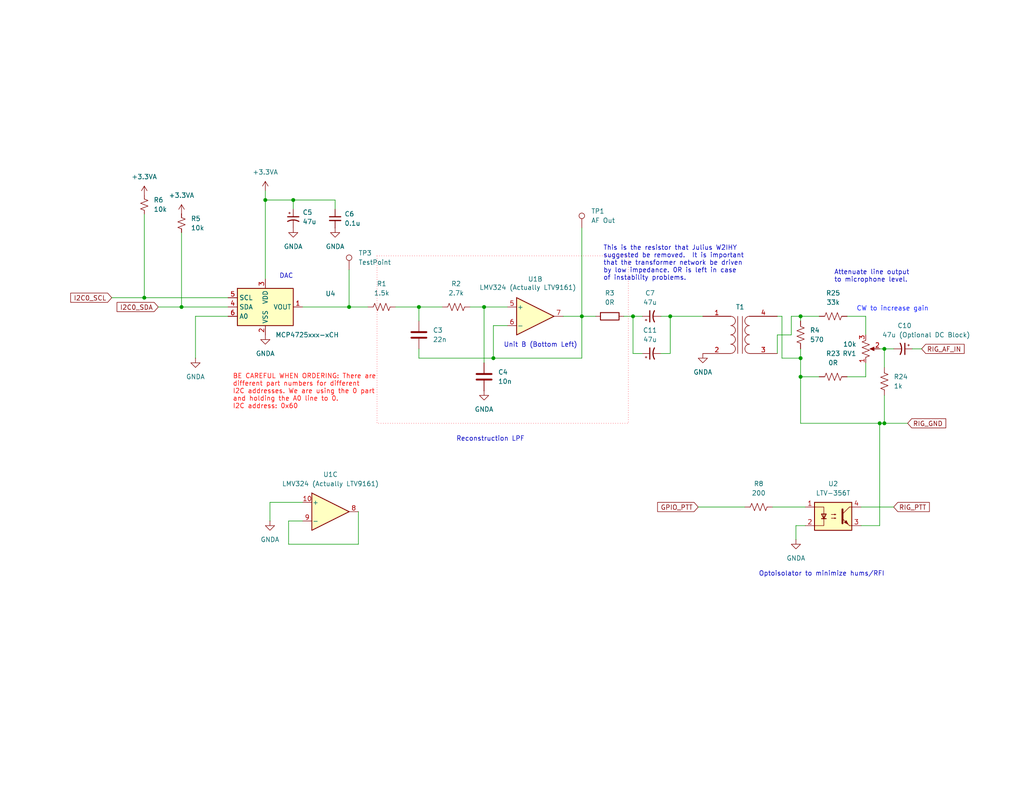
<source format=kicad_sch>
(kicad_sch (version 20231120) (generator "eeschema") (generator_version "8.0")
  (paper "USLetter")
  (title_block (title "MicroLink - Audio Output") (date "2024-04-15") (rev "3") (company "Bruce MacKinnon KC1FSZ") (comment 1 "Copyright (C) 2024 - Not For Commercial Use"))
  (lib_symbols
    (symbol "Amplifier_Operational:LMV324" (pin_names (offset 0.127))
      (property "Reference" "U" (at 0 5.08 0))
      (property "Value" "LMV324" (at 0 -5.08 0))
      (symbol "LMV324_1_1"
        (polyline (pts (xy -5.08 5.08) (xy 5.08 0) (xy -5.08 -5.08) (xy -5.08 5.08)) (stroke (width 0.254)) (fill (type background)))
        (pin output line (at 7.62 0 180) (length 2.54) (name "~") (number "1"))
        (pin input line (at -7.62 -2.54 0) (length 2.54) (name "-") (number "2"))
        (pin input line (at -7.62 2.54 0) (length 2.54) (name "+") (number "3"))
      )
      (symbol "LMV324_2_1"
        (polyline (pts (xy -5.08 5.08) (xy 5.08 0) (xy -5.08 -5.08) (xy -5.08 5.08)) (stroke (width 0.254)) (fill (type background)))
        (pin input line (at -7.62 2.54 0) (length 2.54) (name "+") (number "5"))
        (pin input line (at -7.62 -2.54 0) (length 2.54) (name "-") (number "6"))
        (pin output line (at 7.62 0 180) (length 2.54) (name "~") (number "7"))
      )
      (symbol "LMV324_3_1"
        (polyline (pts (xy -5.08 5.08) (xy 5.08 0) (xy -5.08 -5.08) (xy -5.08 5.08)) (stroke (width 0.254)) (fill (type background)))
        (pin input line (at -7.62 2.54 0) (length 2.54) (name "+") (number "10"))
        (pin output line (at 7.62 0 180) (length 2.54) (name "~") (number "8"))
        (pin input line (at -7.62 -2.54 0) (length 2.54) (name "-") (number "9"))
      )
      (symbol "LMV324_4_1"
        (polyline (pts (xy -5.08 5.08) (xy 5.08 0) (xy -5.08 -5.08) (xy -5.08 5.08)) (stroke (width 0.254)) (fill (type background)))
        (pin input line (at -7.62 2.54 0) (length 2.54) (name "+") (number "12"))
        (pin input line (at -7.62 -2.54 0) (length 2.54) (name "-") (number "13"))
        (pin output line (at 7.62 0 180) (length 2.54) (name "~") (number "14"))
      )
      (symbol "LMV324_5_1"
        (pin power_in line (at -2.54 -7.62 90) (length 3.81) (name "V-") (number "11"))
        (pin power_in line (at -2.54 7.62 270) (length 3.81) (name "V+") (number "4"))
      )
    )
    (symbol "Analog_DAC:MCP4725xxx-xCH"
      (property "Reference" "U" (at -6.35 6.35 0))
      (property "Value" "MCP4725xxx-xCH" (at 8.89 6.35 0))
      (symbol "MCP4725xxx-xCH_0_1"
        (rectangle (start -7.62 5.08) (end 7.62 -5.08) (stroke (width 0.254)) (fill (type background)))
      )
      (symbol "MCP4725xxx-xCH_1_1"
        (pin output line (at 10.16 0 180) (length 2.54) (name "VOUT") (number "1"))
        (pin power_in line (at 0 -7.62 90) (length 2.54) (name "VSS") (number "2"))
        (pin power_in line (at 0 7.62 270) (length 2.54) (name "VDD") (number "3"))
        (pin bidirectional line (at -10.16 0 0) (length 2.54) (name "SDA") (number "4"))
        (pin input line (at -10.16 2.54 0) (length 2.54) (name "SCL") (number "5"))
        (pin input line (at -10.16 -2.54 0) (length 2.54) (name "A0") (number "6"))
      )
    )
    (symbol "C_Polarized_Small_US_1" (pin_numbers hide) (pin_names (offset 0.254) hide)
      (property "Reference" "C" (at 0.254 1.778 0))
      (property "Value" "C_Polarized_Small_US" (at 0.254 -2.032 0))
      (symbol "C_Polarized_Small_US_1_0_1"
        (polyline (pts (xy -1.524 0.508) (xy 1.524 0.508)) (stroke (width 0.3048)))
        (polyline (pts (xy -1.27 1.524) (xy -0.762 1.524)))
        (polyline (pts (xy -1.016 1.27) (xy -1.016 1.778)))
        (arc (start 1.524 -0.762) (mid 0 -0.3734) (end -1.524 -0.762) (stroke (width 0.3048)))
      )
      (symbol "C_Polarized_Small_US_1_1_1"
        (pin passive line (at 0 2.54 270) (length 2.032) (name "~") (number "1"))
        (pin passive line (at 0 -2.54 90) (length 2.032) (name "~") (number "2"))
      )
    )
    (symbol "Connector:TestPoint" (pin_numbers hide) (pin_names (offset 0.762) hide)
      (property "Reference" "TP" (at 0 6.858 0))
      (property "Value" "TestPoint" (at 0 5.08 0))
      (symbol "TestPoint_0_1"
        (circle (center 0 3.302) (radius 0.762))
      )
      (symbol "TestPoint_1_1"
        (pin passive line (at 0 0 90) (length 2.54) (name "1") (number "1"))
      )
    )
    (symbol "Device:C" (pin_numbers hide) (pin_names (offset 0.254))
      (property "Reference" "C" (at 0.635 2.54 0))
      (property "Value" "C" (at 0.635 -2.54 0))
      (symbol "C_0_1"
        (polyline (pts (xy -2.032 -0.762) (xy 2.032 -0.762)) (stroke (width 0.508)))
        (polyline (pts (xy -2.032 0.762) (xy 2.032 0.762)) (stroke (width 0.508)))
      )
      (symbol "C_1_1"
        (pin passive line (at 0 3.81 270) (length 2.794) (name "~") (number "1"))
        (pin passive line (at 0 -3.81 90) (length 2.794) (name "~") (number "2"))
      )
    )
    (symbol "Device:C_Polarized_Small_US" (pin_numbers hide) (pin_names (offset 0.254) hide)
      (property "Reference" "C" (at 0.254 1.778 0))
      (property "Value" "C_Polarized_Small_US" (at 0.254 -2.032 0))
      (symbol "C_Polarized_Small_US_0_1"
        (polyline (pts (xy -1.524 0.508) (xy 1.524 0.508)) (stroke (width 0.3048)))
        (polyline (pts (xy -1.27 1.524) (xy -0.762 1.524)))
        (polyline (pts (xy -1.016 1.27) (xy -1.016 1.778)))
        (arc (start 1.524 -0.762) (mid 0 -0.3734) (end -1.524 -0.762) (stroke (width 0.3048)))
      )
      (symbol "C_Polarized_Small_US_1_1"
        (pin passive line (at 0 2.54 270) (length 2.032) (name "~") (number "1"))
        (pin passive line (at 0 -2.54 90) (length 2.032) (name "~") (number "2"))
      )
    )
    (symbol "Device:C_Small" (pin_numbers hide) (pin_names (offset 0.254) hide)
      (property "Reference" "C" (at 0.254 1.778 0))
      (property "Value" "C_Small" (at 0.254 -2.032 0))
      (symbol "C_Small_0_1"
        (polyline (pts (xy -1.524 -0.508) (xy 1.524 -0.508)) (stroke (width 0.3302)))
        (polyline (pts (xy -1.524 0.508) (xy 1.524 0.508)) (stroke (width 0.3048)))
      )
      (symbol "C_Small_1_1"
        (pin passive line (at 0 2.54 270) (length 2.032) (name "~") (number "1"))
        (pin passive line (at 0 -2.54 90) (length 2.032) (name "~") (number "2"))
      )
    )
    (symbol "Device:R" (pin_numbers hide) (pin_names (offset 0))
      (property "Reference" "R" (at 2.032 0 90))
      (property "Value" "R" (at 0 0 90))
      (symbol "R_0_1"
        (rectangle (start -1.016 -2.54) (end 1.016 2.54) (stroke (width 0.254)))
      )
      (symbol "R_1_1"
        (pin passive line (at 0 3.81 270) (length 1.27) (name "~") (number "1"))
        (pin passive line (at 0 -3.81 90) (length 1.27) (name "~") (number "2"))
      )
    )
    (symbol "Device:R_Potentiometer_US" (pin_names (offset 1.016) hide)
      (property "Reference" "RV" (at -4.445 0 90))
      (property "Value" "R_Potentiometer_US" (at -2.54 0 90))
      (symbol "R_Potentiometer_US_0_1"
        (polyline (pts (xy 0 -2.286) (xy 0 -2.54)))
        (polyline (pts (xy 0 2.54) (xy 0 2.286)))
        (polyline (pts (xy 2.54 0) (xy 1.524 0)))
        (polyline (pts (xy 1.143 0) (xy 2.286 0.508) (xy 2.286 -0.508) (xy 1.143 0)) (fill (type outline)))
        (polyline (pts (xy 0 -0.762) (xy 1.016 -1.143) (xy 0 -1.524) (xy -1.016 -1.905) (xy 0 -2.286)))
        (polyline (pts (xy 0 0.762) (xy 1.016 0.381) (xy 0 0) (xy -1.016 -0.381) (xy 0 -0.762)))
        (polyline (pts (xy 0 2.286) (xy 1.016 1.905) (xy 0 1.524) (xy -1.016 1.143) (xy 0 0.762)))
      )
      (symbol "R_Potentiometer_US_1_1"
        (pin passive line (at 0 3.81 270) (length 1.27) (name "1") (number "1"))
        (pin passive line (at 3.81 0 180) (length 1.27) (name "2") (number "2"))
        (pin passive line (at 0 -3.81 90) (length 1.27) (name "3") (number "3"))
      )
    )
    (symbol "Device:R_Small_US" (pin_numbers hide) (pin_names (offset 0.254) hide)
      (property "Reference" "R" (at 0.762 0.508 0))
      (property "Value" "R_Small_US" (at 0.762 -1.016 0))
      (symbol "R_Small_US_1_1"
        (polyline (pts (xy 0 0) (xy 1.016 -0.381) (xy 0 -0.762) (xy -1.016 -1.143) (xy 0 -1.524)))
        (polyline (pts (xy 0 1.524) (xy 1.016 1.143) (xy 0 0.762) (xy -1.016 0.381) (xy 0 0)))
        (pin passive line (at 0 2.54 270) (length 1.016) (name "~") (number "1"))
        (pin passive line (at 0 -2.54 90) (length 1.016) (name "~") (number "2"))
      )
    )
    (symbol "Device:R_US" (pin_numbers hide) (pin_names (offset 0))
      (property "Reference" "R" (at 2.54 0 90))
      (property "Value" "R_US" (at -2.54 0 90))
      (symbol "R_US_0_1"
        (polyline (pts (xy 0 -2.286) (xy 0 -2.54)))
        (polyline (pts (xy 0 2.286) (xy 0 2.54)))
        (polyline (pts (xy 0 -0.762) (xy 1.016 -1.143) (xy 0 -1.524) (xy -1.016 -1.905) (xy 0 -2.286)))
        (polyline (pts (xy 0 0.762) (xy 1.016 0.381) (xy 0 0) (xy -1.016 -0.381) (xy 0 -0.762)))
        (polyline (pts (xy 0 2.286) (xy 1.016 1.905) (xy 0 1.524) (xy -1.016 1.143) (xy 0 0.762)))
      )
      (symbol "R_US_1_1"
        (pin passive line (at 0 3.81 270) (length 1.27) (name "~") (number "1"))
        (pin passive line (at 0 -3.81 90) (length 1.27) (name "~") (number "2"))
      )
    )
    (symbol "Device:Transformer_1P_1S" (pin_names (offset 1.016) hide)
      (property "Reference" "T" (at 0 6.35 0))
      (property "Value" "Transformer_1P_1S" (at 0 -7.62 0))
      (symbol "Transformer_1P_1S_0_1"
        (arc (start -2.54 -5.0546) (mid -1.6599 -4.6901) (end -1.27 -3.81))
        (arc (start -2.54 -2.5146) (mid -1.6599 -2.1501) (end -1.27 -1.27))
        (arc (start -2.54 0.0254) (mid -1.6599 0.3899) (end -1.27 1.27))
        (arc (start -2.54 2.5654) (mid -1.6599 2.9299) (end -1.27 3.81))
        (arc (start -1.27 -3.81) (mid -1.642 -2.912) (end -2.54 -2.54))
        (arc (start -1.27 -1.27) (mid -1.642 -0.372) (end -2.54 0))
        (arc (start -1.27 1.27) (mid -1.642 2.168) (end -2.54 2.54))
        (arc (start -1.27 3.81) (mid -1.642 4.708) (end -2.54 5.08))
        (polyline (pts (xy -0.635 5.08) (xy -0.635 -5.08)))
        (polyline (pts (xy 0.635 -5.08) (xy 0.635 5.08)))
        (arc (start 1.2954 -1.27) (mid 1.6599 -2.1501) (end 2.54 -2.5146))
        (arc (start 1.2954 1.27) (mid 1.6599 0.3899) (end 2.54 0.0254))
        (arc (start 1.2954 3.81) (mid 1.6599 2.9299) (end 2.54 2.5654))
        (arc (start 1.3208 -3.81) (mid 1.6853 -4.6901) (end 2.5654 -5.0546))
        (arc (start 2.54 0) (mid 1.642 -0.372) (end 1.2954 -1.27))
        (arc (start 2.54 2.54) (mid 1.642 2.168) (end 1.2954 1.27))
        (arc (start 2.54 5.08) (mid 1.642 4.708) (end 1.2954 3.81))
        (arc (start 2.5654 -2.54) (mid 1.6674 -2.912) (end 1.3208 -3.81))
      )
      (symbol "Transformer_1P_1S_1_1"
        (pin passive line (at -10.16 5.08 0) (length 7.62) (name "AA") (number "1"))
        (pin passive line (at -10.16 -5.08 0) (length 7.62) (name "AB") (number "2"))
        (pin passive line (at 10.16 -5.08 180) (length 7.62) (name "SA") (number "3"))
        (pin passive line (at 10.16 5.08 180) (length 7.62) (name "SB") (number "4"))
      )
    )
    (symbol "Isolator:LTV-356T" (pin_names (offset 1.016))
      (property "Reference" "U" (at -5.334 4.826 0))
      (property "Value" "LTV-356T" (at 0 5.08 0))
      (symbol "LTV-356T_0_1"
        (rectangle (start -5.08 3.81) (end 5.08 -3.81) (stroke (width 0.254)) (fill (type background)))
        (polyline (pts (xy -3.175 -0.635) (xy -1.905 -0.635)) (stroke (width 0.254)))
        (polyline (pts (xy 2.54 0.635) (xy 4.445 2.54)))
        (polyline (pts (xy 4.445 -2.54) (xy 2.54 -0.635)) (fill (type outline)))
        (polyline (pts (xy 4.445 -2.54) (xy 5.08 -2.54)))
        (polyline (pts (xy 4.445 2.54) (xy 5.08 2.54)))
        (polyline (pts (xy -5.08 2.54) (xy -2.54 2.54) (xy -2.54 -0.762)))
        (polyline (pts (xy -2.54 -0.635) (xy -2.54 -2.54) (xy -5.08 -2.54)))
        (polyline (pts (xy 2.54 1.905) (xy 2.54 -1.905) (xy 2.54 -1.905)) (stroke (width 0.508)))
        (polyline (pts (xy -2.54 -0.635) (xy -3.175 0.635) (xy -1.905 0.635) (xy -2.54 -0.635)) (stroke (width 0.254)))
        (polyline (pts (xy -0.508 -0.508) (xy 0.762 -0.508) (xy 0.381 -0.635) (xy 0.381 -0.381) (xy 0.762 -0.508)))
        (polyline (pts (xy -0.508 0.508) (xy 0.762 0.508) (xy 0.381 0.381) (xy 0.381 0.635) (xy 0.762 0.508)))
        (polyline (pts (xy 3.048 -1.651) (xy 3.556 -1.143) (xy 4.064 -2.159) (xy 3.048 -1.651) (xy 3.048 -1.651)) (fill (type outline)))
      )
      (symbol "LTV-356T_1_1"
        (pin passive line (at -7.62 2.54 0) (length 2.54) (name "~") (number "1"))
        (pin passive line (at -7.62 -2.54 0) (length 2.54) (name "~") (number "2"))
        (pin passive line (at 7.62 -2.54 180) (length 2.54) (name "~") (number "3"))
        (pin passive line (at 7.62 2.54 180) (length 2.54) (name "~") (number "4"))
      )
    )
    (symbol "power:+3.3VA" (power) (pin_numbers hide) (pin_names (offset 0) hide)
      (property "Value" "+3.3VA" (at 0 3.556 0))
      (symbol "+3.3VA_0_1"
        (polyline (pts (xy -0.762 1.27) (xy 0 2.54)))
        (polyline (pts (xy 0 0) (xy 0 2.54)))
        (polyline (pts (xy 0 2.54) (xy 0.762 1.27)))
      )
      (symbol "+3.3VA_1_1"
        (pin power_in line (at 0 0 90) (length 0) (name "~") (number "1"))
      )
    )
    (symbol "power:GNDA" (power) (pin_numbers hide) (pin_names (offset 0) hide)
      (property "Value" "GNDA" (at 0 -3.81 0))
      (symbol "GNDA_0_1"
        (polyline (pts (xy 0 0) (xy 0 -1.27) (xy 1.27 -1.27) (xy 0 -2.54) (xy -1.27 -1.27) (xy 0 -1.27)))
      )
      (symbol "GNDA_1_1"
        (pin power_in line (at 0 0 270) (length 0) (name "~") (number "1"))
      )
    )
  )
  (junction (at 218.44 86.36))
  (junction (at 72.39 54.61))
  (junction (at 134.62 97.79))
  (junction (at 95.25 83.82))
  (junction (at 132.08 83.82))
  (junction (at 218.44 97.79))
  (junction (at 241.3 115.57))
  (junction (at 182.88 86.36))
  (junction (at 240.03 115.57))
  (junction (at 49.53 83.82))
  (junction (at 158.75 86.36))
  (junction (at 218.44 102.87))
  (junction (at 241.3 95.25))
  (junction (at 172.72 86.36))
  (junction (at 114.3 83.82))
  (junction (at 80.01 54.61))
  (junction (at 39.37 81.28))
  (wire (pts (xy 175.26 96.52) (xy 172.72 96.52)))
  (wire (pts (xy 241.3 115.57) (xy 247.65 115.57)))
  (wire (pts (xy 39.37 58.42) (xy 39.37 81.28)))
  (wire (pts (xy 231.14 86.36) (xy 236.22 86.36)))
  (wire (pts (xy 190.5 138.43) (xy 203.2 138.43)))
  (wire (pts (xy 172.72 96.52) (xy 172.72 86.36)))
  (wire (pts (xy 218.44 95.25) (xy 218.44 97.79)))
  (wire (pts (xy 158.75 62.23) (xy 158.75 86.36)))
  (wire (pts (xy 236.22 102.87) (xy 236.22 99.06)))
  (wire (pts (xy 91.44 54.61) (xy 91.44 57.15)))
  (wire (pts (xy 241.3 95.25) (xy 241.3 100.33)))
  (wire (pts (xy 82.55 83.82) (xy 95.25 83.82)))
  (wire (pts (xy 248.92 95.25) (xy 251.46 95.25)))
  (wire (pts (xy 114.3 83.82) (xy 114.3 87.63)))
  (wire (pts (xy 213.36 97.79) (xy 218.44 97.79)))
  (wire (pts (xy 218.44 86.36) (xy 218.44 87.63)))
  (wire (pts (xy 49.53 83.82) (xy 62.23 83.82)))
  (wire (pts (xy 158.75 97.79) (xy 158.75 86.36)))
  (wire (pts (xy 53.34 86.36) (xy 53.34 97.79)))
  (wire (pts (xy 241.3 107.95) (xy 241.3 115.57)))
  (wire (pts (xy 234.95 138.43) (xy 243.84 138.43)))
  (wire (pts (xy 114.3 97.79) (xy 134.62 97.79)))
  (wire (pts (xy 80.01 57.15) (xy 80.01 54.61)))
  (wire (pts (xy 180.34 86.36) (xy 182.88 86.36)))
  (wire (pts (xy 215.9 86.36) (xy 218.44 86.36)))
  (wire (pts (xy 218.44 102.87) (xy 218.44 115.57)))
  (wire (pts (xy 218.44 115.57) (xy 240.03 115.57)))
  (wire (pts (xy 231.14 102.87) (xy 236.22 102.87)))
  (wire (pts (xy 215.9 91.44) (xy 215.9 86.36)))
  (wire (pts (xy 132.08 83.82) (xy 138.43 83.82)))
  (wire (pts (xy 138.43 88.9) (xy 134.62 88.9)))
  (wire (pts (xy 132.08 83.82) (xy 132.08 99.06)))
  (wire (pts (xy 82.55 142.24) (xy 78.74 142.24)))
  (wire (pts (xy 172.72 86.36) (xy 175.26 86.36)))
  (wire (pts (xy 234.95 143.51) (xy 240.03 143.51)))
  (wire (pts (xy 107.95 83.82) (xy 114.3 83.82)))
  (wire (pts (xy 49.53 63.5) (xy 49.53 83.82)))
  (wire (pts (xy 78.74 142.24) (xy 78.74 148.59)))
  (wire (pts (xy 212.09 86.36) (xy 213.36 86.36)))
  (wire (pts (xy 219.71 143.51) (xy 217.17 143.51)))
  (wire (pts (xy 212.09 91.44) (xy 215.9 91.44)))
  (wire (pts (xy 30.48 81.28) (xy 39.37 81.28)))
  (wire (pts (xy 97.79 148.59) (xy 97.79 139.7)))
  (wire (pts (xy 240.03 115.57) (xy 240.03 143.51)))
  (wire (pts (xy 213.36 86.36) (xy 213.36 97.79)))
  (wire (pts (xy 241.3 95.25) (xy 243.84 95.25)))
  (wire (pts (xy 180.34 96.52) (xy 182.88 96.52)))
  (wire (pts (xy 72.39 52.07) (xy 72.39 54.61)))
  (wire (pts (xy 182.88 96.52) (xy 182.88 86.36)))
  (wire (pts (xy 72.39 54.61) (xy 72.39 76.2)))
  (wire (pts (xy 78.74 148.59) (xy 97.79 148.59)))
  (wire (pts (xy 240.03 115.57) (xy 241.3 115.57)))
  (wire (pts (xy 72.39 54.61) (xy 80.01 54.61)))
  (wire (pts (xy 114.3 95.25) (xy 114.3 97.79)))
  (wire (pts (xy 73.66 142.24) (xy 73.66 137.16)))
  (wire (pts (xy 240.03 95.25) (xy 241.3 95.25)))
  (wire (pts (xy 218.44 97.79) (xy 218.44 102.87)))
  (wire (pts (xy 182.88 86.36) (xy 191.77 86.36)))
  (wire (pts (xy 114.3 83.82) (xy 120.65 83.82)))
  (wire (pts (xy 236.22 86.36) (xy 236.22 91.44)))
  (wire (pts (xy 212.09 96.52) (xy 212.09 91.44)))
  (wire (pts (xy 43.18 83.82) (xy 49.53 83.82)))
  (wire (pts (xy 73.66 137.16) (xy 82.55 137.16)))
  (wire (pts (xy 39.37 81.28) (xy 62.23 81.28)))
  (wire (pts (xy 158.75 86.36) (xy 153.67 86.36)))
  (wire (pts (xy 53.34 86.36) (xy 62.23 86.36)))
  (wire (pts (xy 218.44 102.87) (xy 223.52 102.87)))
  (wire (pts (xy 218.44 86.36) (xy 223.52 86.36)))
  (wire (pts (xy 134.62 88.9) (xy 134.62 97.79)))
  (wire (pts (xy 134.62 97.79) (xy 158.75 97.79)))
  (wire (pts (xy 95.25 83.82) (xy 100.33 83.82)))
  (wire (pts (xy 210.82 138.43) (xy 219.71 138.43)))
  (wire (pts (xy 158.75 86.36) (xy 162.56 86.36)))
  (wire (pts (xy 217.17 143.51) (xy 217.17 147.32)))
  (wire (pts (xy 128.27 83.82) (xy 132.08 83.82)))
  (wire (pts (xy 170.18 86.36) (xy 172.72 86.36)))
  (wire (pts (xy 95.25 73.66) (xy 95.25 83.82)))
  (wire (pts (xy 80.01 54.61) (xy 91.44 54.61)))
  (rectangle (start 102.87 69.85) (end 171.45 115.57) (stroke (width 0) (type dot) (color 255 55 72 1)))
  (text "Reconstruction LPF" (at 124.46 120.65 0) (effects (font (size 1.27 1.27)) (justify left bottom)))
  (text "CW to increase gain" (at 233.68 85.09 0) (effects (font (size 1.27 1.27)) (justify left bottom)))
  (text "BE CAREFUL WHEN ORDERING: There are \ndifferent part numbers for different \nI2C addresses. We are using the 0 part\nand holding the A0 line to 0.  \nI2C address: 0x60\n" (at 63.5 111.76 0) (effects (font (size 1.27 1.27)) (justify left bottom)))
  (text "Optoisolator to minimize hums/RFI" (at 207.01 157.48 0) (effects (font (size 1.27 1.27)) (justify left bottom)))
  (text "Attenuate line output\nto microphone level." (at 227.584 77.216 0) (effects (font (size 1.27 1.27)) (justify left bottom)))
  (text "DAC" (at 76.2 76.2 0) (effects (font (size 1.27 1.27)) (justify left bottom)))
  (text "Unit B (Bottom Left)" (at 137.414 94.996 0) (effects (font (size 1.27 1.27)) (justify left bottom)))
  (text "This is the resistor that Julius W2IHY \nsuggested be removed.  It is important \nthat the transformer network be driven\nby low impedance. 0R is left in case \nof instability problems." (at 164.592 76.708 0) (effects (font (size 1.27 1.27)) (justify left bottom)))
  (global_label "I2C0_SDA" (shape input) (at 43.18 83.82 180) (property "Intersheetrefs" "${INTERSHEET_REFS}" (effects (hide yes))))
  (global_label "I2C0_SCL" (shape input) (at 30.48 81.28 180) (property "Intersheetrefs" "${INTERSHEET_REFS}" (effects (hide yes))))
  (global_label "RIG_AF_IN" (shape input) (at 251.46 95.25 0) (property "Intersheetrefs" "${INTERSHEET_REFS}" (effects (hide yes))))
  (global_label "RIG_PTT" (shape input) (at 243.84 138.43 0) (property "Intersheetrefs" "${INTERSHEET_REFS}" (effects (hide yes))))
  (global_label "GPIO_PTT" (shape input) (at 190.5 138.43 180) (property "Intersheetrefs" "${INTERSHEET_REFS}" (effects (hide yes))))
  (global_label "RIG_GND" (shape input) (at 247.65 115.57 0) (property "Intersheetrefs" "${INTERSHEET_REFS}" (effects (hide yes))))
  (symbol (lib_id "Device:R_US") (at 227.33 102.87 90) (unit 1)
    (property "Reference" "R23" (at 227.33 96.52 90))
    (property "Value" "0R" (at 227.33 99.06 90))
    (property "Footprint" "Resistor_SMD:R_0805_2012Metric_Pad1.20x1.40mm_HandSolder" (effects (hide yes)))
    (property "Description" "Resistor, US symbol" (effects (hide yes)))
  )
  (symbol (lib_id "power:+3.3VA") (at 49.53 58.42 0) (unit 1)
    (property "Reference" "#PWR019" (effects (hide yes)))
    (property "Value" "+3.3VA" (at 49.53 53.34 0))
    (property "Description" "Power symbol creates a global label with name \"+3.3VA\"" (effects (hide yes)))
  )
  (symbol (lib_id "Device:R_US") (at 218.44 91.44 0) (unit 1)
    (property "Reference" "R4" (at 220.98 90.17 0) (effects (justify left)))
    (property "Value" "570" (at 220.98 92.71 0) (effects (justify left)))
    (property "Footprint" "Resistor_SMD:R_0805_2012Metric_Pad1.20x1.40mm_HandSolder" (effects (hide yes)))
    (property "Description" "Resistor, US symbol" (effects (hide yes)))
  )
  (symbol (lib_name "C_Polarized_Small_US_1") (lib_id "Device:C_Polarized_Small_US") (at 80.01 59.69 0) (unit 1)
    (property "Reference" "C5" (at 82.55 57.9881 0) (effects (justify left)))
    (property "Value" "47u" (at 82.55 60.5281 0) (effects (justify left)))
    (property "Footprint" "bruce-footprints:CPOL_0805_2012Metric_Pad1.18x1.45mm_HandSolder" (effects (hide yes)))
    (property "Description" "Polarized capacitor, small US symbol" (effects (hide yes)))
  )
  (symbol (lib_id "Device:C_Polarized_Small_US") (at 177.8 96.52 90) (unit 1)
    (property "Reference" "C11" (at 177.3682 90.17 90))
    (property "Value" "47u" (at 177.3682 92.71 90))
    (property "Footprint" "bruce-footprints:CPOL_0805_2012Metric_Pad1.18x1.45mm_HandSolder" (effects (hide yes)))
    (property "Description" "Polarized capacitor, small US symbol" (effects (hide yes)))
  )
  (symbol (lib_id "Device:R") (at 166.37 86.36 90) (unit 1)
    (property "Reference" "R3" (at 166.37 80.01 90))
    (property "Value" "0R" (at 166.37 82.55 90))
    (property "Footprint" "Resistor_SMD:R_1206_3216Metric_Pad1.30x1.75mm_HandSolder" (effects (hide yes)))
    (property "Description" "Resistor" (effects (hide yes)))
  )
  (symbol (lib_id "power:GNDA") (at 217.17 147.32 0) (unit 1)
    (property "Reference" "#PWR09" (effects (hide yes)))
    (property "Value" "GNDA" (at 217.17 152.4 0))
    (property "Description" "Power symbol creates a global label with name \"GNDA\" , analog ground" (effects (hide yes)))
  )
  (symbol (lib_id "Connector:TestPoint") (at 95.25 73.66 0) (unit 1)
    (property "Reference" "TP3" (at 97.79 69.088 0) (effects (justify left)))
    (property "Value" "TestPoint" (at 97.79 71.628 0) (effects (justify left)))
    (property "Footprint" "TestPoint:TestPoint_Pad_2.5x2.5mm" (effects (hide yes)))
    (property "Description" "test point" (effects (hide yes)))
  )
  (symbol (lib_id "power:GNDA") (at 80.01 62.23 0) (unit 1)
    (property "Reference" "#PWR017" (effects (hide yes)))
    (property "Value" "GNDA" (at 80.01 67.31 0))
    (property "Description" "Power symbol creates a global label with name \"GNDA\" , analog ground" (effects (hide yes)))
  )
  (symbol (lib_id "power:GNDA") (at 73.66 142.24 0) (unit 1)
    (property "Reference" "#PWR05" (effects (hide yes)))
    (property "Value" "GNDA" (at 73.66 147.32 0))
    (property "Description" "Power symbol creates a global label with name \"GNDA\" , analog ground" (effects (hide yes)))
  )
  (symbol (lib_id "Amplifier_Operational:LMV324") (at 146.05 86.36 0) (unit 2)
    (property "Reference" "U1" (at 146.05 76.2 0))
    (property "Value" "LMV324 (Actually LTV9161)" (at 144.018 78.486 0))
    (property "Footprint" "Package_SO:TSSOP-14_4.4x5mm_P0.65mm" (effects (hide yes)))
    (property "Datasheet" "http://www.ti.com/lit/ds/symlink/lmv324.pdf" (effects (hide yes)))
    (property "Description" "Quad Low-Voltage Rail-to-Rail Output Operational Amplifier, SOIC-14/SSOP-14" (effects (hide yes)))
  )
  (symbol (lib_id "Connector:TestPoint") (at 158.75 62.23 0) (unit 1)
    (property "Reference" "TP1" (at 161.29 57.658 0) (effects (justify left)))
    (property "Value" "AF Out" (at 161.29 60.198 0) (effects (justify left)))
    (property "Footprint" "TestPoint:TestPoint_Pad_2.5x2.5mm" (effects (hide yes)))
    (property "Description" "test point" (effects (hide yes)))
  )
  (symbol (lib_id "Isolator:LTV-356T") (at 227.33 140.97 0) (unit 1)
    (property "Reference" "U2" (at 227.33 132.08 0))
    (property "Value" "LTV-356T" (at 227.33 134.62 0))
    (property "Footprint" "Package_SO:SO-4_4.4x3.6mm_P2.54mm" (effects (hide yes)))
    (property "Datasheet" "http://optoelectronics.liteon.com/upload/download/DS70-2001-010/S_110_LTV-356T%2020140520.pdf" (effects (hide yes)))
    (property "Description" "DC Optocoupler, Vce 80V, CTR 50%, SO-4" (effects (hide yes)))
  )
  (symbol (lib_id "power:+3.3VA") (at 39.37 53.34 0) (unit 1)
    (property "Reference" "#PWR018" (effects (hide yes)))
    (property "Value" "+3.3VA" (at 39.37 48.26 0))
    (property "Description" "Power symbol creates a global label with name \"+3.3VA\"" (effects (hide yes)))
  )
  (symbol (lib_id "Device:R_Small_US") (at 39.37 55.88 0) (unit 1)
    (property "Reference" "R6" (at 41.91 54.61 0) (effects (justify left)))
    (property "Value" "10k" (at 41.91 57.15 0) (effects (justify left)))
    (property "Footprint" "Resistor_SMD:R_0805_2012Metric_Pad1.20x1.40mm_HandSolder" (effects (hide yes)))
    (property "Description" "Resistor, small US symbol" (effects (hide yes)))
  )
  (symbol (lib_id "Device:C_Small") (at 91.44 59.69 0) (unit 1)
    (property "Reference" "C6" (at 93.98 58.4263 0) (effects (justify left)))
    (property "Value" "0.1u" (at 93.98 60.9663 0) (effects (justify left)))
    (property "Footprint" "Capacitor_SMD:C_0805_2012Metric_Pad1.18x1.45mm_HandSolder" (effects (hide yes)))
    (property "Description" "Unpolarized capacitor, small symbol" (effects (hide yes)))
  )
  (symbol (lib_id "Device:R_Small_US") (at 49.53 60.96 0) (unit 1)
    (property "Reference" "R5" (at 52.07 59.69 0) (effects (justify left)))
    (property "Value" "10k" (at 52.07 62.23 0) (effects (justify left)))
    (property "Footprint" "Resistor_SMD:R_0805_2012Metric_Pad1.20x1.40mm_HandSolder" (effects (hide yes)))
    (property "Description" "Resistor, small US symbol" (effects (hide yes)))
  )
  (symbol (lib_id "power:GNDA") (at 191.77 96.52 0) (unit 1)
    (property "Reference" "#PWR08" (effects (hide yes)))
    (property "Value" "GNDA" (at 191.77 101.6 0))
    (property "Description" "Power symbol creates a global label with name \"GNDA\" , analog ground" (effects (hide yes)))
  )
  (symbol (lib_id "Device:C") (at 132.08 102.87 0) (unit 1)
    (property "Reference" "C4" (at 135.89 101.6 0) (effects (justify left)))
    (property "Value" "10n" (at 135.89 104.14 0) (effects (justify left)))
    (property "Footprint" "Capacitor_SMD:C_0805_2012Metric_Pad1.18x1.45mm_HandSolder" (effects (hide yes)))
    (property "Description" "Unpolarized capacitor" (effects (hide yes)))
  )
  (symbol (lib_id "Device:R_US") (at 207.01 138.43 90) (unit 1)
    (property "Reference" "R8" (at 207.01 132.08 90))
    (property "Value" "200" (at 207.01 134.62 90))
    (property "Footprint" "Resistor_SMD:R_0805_2012Metric_Pad1.20x1.40mm_HandSolder" (effects (hide yes)))
    (property "Description" "Resistor, US symbol" (effects (hide yes)))
  )
  (symbol (lib_id "Device:R_Potentiometer_US") (at 236.22 95.25 0) (mirror x) (unit 1)
    (property "Reference" "RV1" (at 233.68 96.52 0) (effects (justify right)))
    (property "Value" "10k" (at 233.68 93.98 0) (effects (justify right)))
    (property "Footprint" "bruce-footprints:POT_3362P" (effects (hide yes)))
    (property "Description" "Potentiometer, US symbol" (effects (hide yes)))
  )
  (symbol (lib_id "Device:R_US") (at 104.14 83.82 270) (unit 1)
    (property "Reference" "R1" (at 104.14 77.47 90))
    (property "Value" "1.5k" (at 104.14 80.01 90))
    (property "Footprint" "Resistor_SMD:R_0805_2012Metric_Pad1.20x1.40mm_HandSolder" (effects (hide yes)))
    (property "Description" "Resistor, US symbol" (effects (hide yes)))
  )
  (symbol (lib_id "Device:R_US") (at 227.33 86.36 90) (unit 1)
    (property "Reference" "R25" (at 227.33 80.01 90))
    (property "Value" "33k" (at 227.33 82.55 90))
    (property "Footprint" "Resistor_THT:R_Axial_DIN0309_L9.0mm_D3.2mm_P2.54mm_Vertical" (effects (hide yes)))
    (property "Description" "Resistor, US symbol" (effects (hide yes)))
  )
  (symbol (lib_id "Device:R_US") (at 241.3 104.14 180) (unit 1)
    (property "Reference" "R24" (at 243.84 102.87 0) (effects (justify right)))
    (property "Value" "1k" (at 243.84 105.41 0) (effects (justify right)))
    (property "Footprint" "Resistor_THT:R_Axial_DIN0309_L9.0mm_D3.2mm_P2.54mm_Vertical" (effects (hide yes)))
    (property "Description" "Resistor, US symbol" (effects (hide yes)))
  )
  (symbol (lib_id "Device:R_US") (at 124.46 83.82 90) (unit 1)
    (property "Reference" "R2" (at 124.46 77.47 90))
    (property "Value" "2.7k" (at 124.46 80.01 90))
    (property "Footprint" "Resistor_SMD:R_0805_2012Metric_Pad1.20x1.40mm_HandSolder" (effects (hide yes)))
    (property "Description" "Resistor, US symbol" (effects (hide yes)))
  )
  (symbol (lib_id "power:+3.3VA") (at 72.39 52.07 0) (unit 1)
    (property "Reference" "#PWR011" (effects (hide yes)))
    (property "Value" "+3.3VA" (at 72.39 46.99 0))
    (property "Description" "Power symbol creates a global label with name \"+3.3VA\"" (effects (hide yes)))
  )
  (symbol (lib_id "power:GNDA") (at 132.08 106.68 0) (unit 1)
    (property "Reference" "#PWR04" (effects (hide yes)))
    (property "Value" "GNDA" (at 132.08 111.76 0))
    (property "Description" "Power symbol creates a global label with name \"GNDA\" , analog ground" (effects (hide yes)))
  )
  (symbol (lib_id "Amplifier_Operational:LMV324") (at 90.17 139.7 0) (unit 3)
    (property "Reference" "U1" (at 90.17 129.54 0))
    (property "Value" "LMV324 (Actually LTV9161)" (at 90.17 132.08 0))
    (property "Footprint" "Package_SO:TSSOP-14_4.4x5mm_P0.65mm" (effects (hide yes)))
    (property "Datasheet" "http://www.ti.com/lit/ds/symlink/lmv324.pdf" (effects (hide yes)))
    (property "Description" "Quad Low-Voltage Rail-to-Rail Output Operational Amplifier, SOIC-14/SSOP-14" (effects (hide yes)))
  )
  (symbol (lib_id "Analog_DAC:MCP4725xxx-xCH") (at 72.39 83.82 0) (unit 1)
    (property "Reference" "U4" (at 90.17 80.1721 0))
    (property "Value" "MCP4725xxx-xCH" (at 83.82 91.44 0))
    (property "Footprint" "Package_TO_SOT_SMD:SOT-23-6" (effects (hide yes)))
    (property "Datasheet" "http://ww1.microchip.com/downloads/en/DeviceDoc/22039d.pdf" (effects (hide yes)))
    (property "Description" "12-bit Digital-to-Analog Converter, integrated EEPROM, I2C interface, SOT-23-6" (effects (hide yes)))
  )
  (symbol (lib_id "Device:C_Polarized_Small_US") (at 177.8 86.36 90) (unit 1)
    (property "Reference" "C7" (at 177.3682 80.01 90))
    (property "Value" "47u" (at 177.3682 82.55 90))
    (property "Footprint" "bruce-footprints:CPOL_0805_2012Metric_Pad1.18x1.45mm_HandSolder" (effects (hide yes)))
    (property "Description" "Polarized capacitor, small US symbol" (effects (hide yes)))
  )
  (symbol (lib_id "Device:Transformer_1P_1S") (at 201.93 91.44 0) (unit 1)
    (property "Reference" "T1" (at 201.9427 83.82 0))
    (property "Value" "Transformer_1P_1S" (effects (hide yes)))
    (property "Footprint" "bruce-footprints:CheapAudioTransformer" (effects (hide yes)))
    (property "Description" "Transformer, single primary, single secondary" (effects (hide yes)))
  )
  (symbol (lib_id "power:GNDA") (at 72.39 91.44 0) (unit 1)
    (property "Reference" "#PWR010" (effects (hide yes)))
    (property "Value" "GNDA" (at 72.39 96.52 0))
    (property "Description" "Power symbol creates a global label with name \"GNDA\" , analog ground" (effects (hide yes)))
  )
  (symbol (lib_id "Device:C_Polarized_Small_US") (at 246.38 95.25 270) (unit 1)
    (property "Reference" "C10" (at 246.8118 88.9 90))
    (property "Value" "47u (Optional DC Block)" (at 252.73 91.44 90))
    (property "Footprint" "Capacitor_THT:CP_Radial_D5.0mm_P2.50mm" (effects (hide yes)))
    (property "Description" "Polarized capacitor, small US symbol" (effects (hide yes)))
  )
  (symbol (lib_id "Device:C") (at 114.3 91.44 0) (unit 1)
    (property "Reference" "C3" (at 118.11 90.17 0) (effects (justify left)))
    (property "Value" "22n" (at 118.11 92.71 0) (effects (justify left)))
    (property "Footprint" "Capacitor_SMD:C_0805_2012Metric_Pad1.18x1.45mm_HandSolder" (effects (hide yes)))
    (property "Description" "Unpolarized capacitor" (effects (hide yes)))
  )
  (symbol (lib_id "power:GNDA") (at 53.34 97.79 0) (unit 1)
    (property "Reference" "#PWR013" (effects (hide yes)))
    (property "Value" "GNDA" (at 53.34 102.87 0))
    (property "Description" "Power symbol creates a global label with name \"GNDA\" , analog ground" (effects (hide yes)))
  )
  (symbol (lib_id "power:GNDA") (at 91.44 62.23 0) (unit 1)
    (property "Reference" "#PWR012" (effects (hide yes)))
    (property "Value" "GNDA" (at 91.44 67.31 0))
    (property "Description" "Power symbol creates a global label with name \"GNDA\" , analog ground" (effects (hide yes)))
  )
)
</source>
